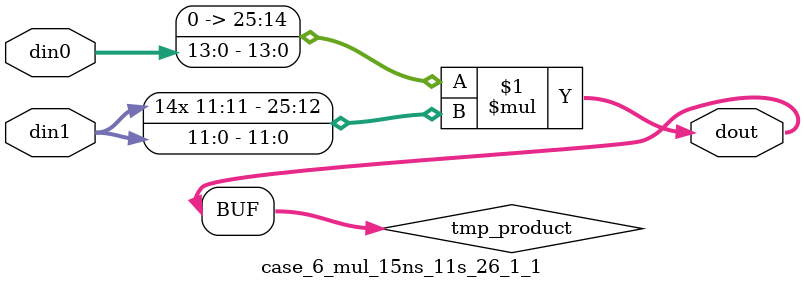
<source format=v>

`timescale 1 ns / 1 ps

 (* use_dsp = "no" *)  module case_6_mul_15ns_11s_26_1_1(din0, din1, dout);
parameter ID = 1;
parameter NUM_STAGE = 0;
parameter din0_WIDTH = 14;
parameter din1_WIDTH = 12;
parameter dout_WIDTH = 26;

input [din0_WIDTH - 1 : 0] din0; 
input [din1_WIDTH - 1 : 0] din1; 
output [dout_WIDTH - 1 : 0] dout;

wire signed [dout_WIDTH - 1 : 0] tmp_product;

























assign tmp_product = $signed({1'b0, din0}) * $signed(din1);










assign dout = tmp_product;





















endmodule

</source>
